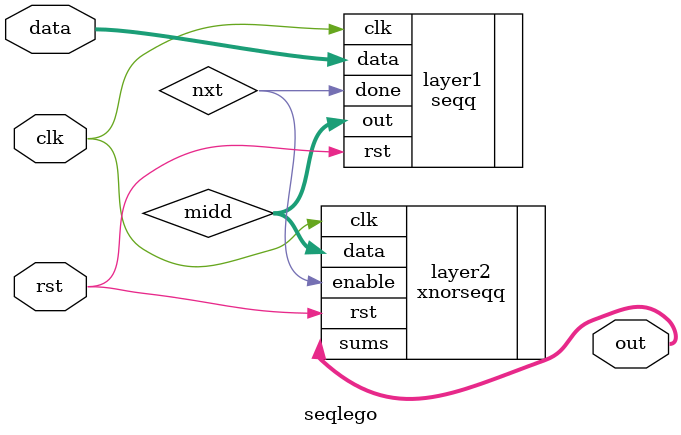
<source format=v>
module seqlego #(
  parameter N = 4,
  parameter B = 4,
  parameter M = 4,
  parameter C = 4
  ) (
  input clk,
  input rst,
  input [N*B-1:0] data,
  output [SumL*C-1:0] out
  );
  
  localparam SumL = $clog2(M+1);
  wire [M-1:0] midd;
  wire nxt;

  seqq #(.N(N),.B(B),.M(M)) layer1 (
    .clk(clk),
    .rst(rst),
    .data(data),
    .out(midd),
    .done(nxt)
  );

 xnorseqq #(.N(M),.M(C)) layer2 (
    .clk(clk),
    .rst(rst),
    .enable(nxt),
    .data(midd),
    .sums(out)
 );
  
endmodule

</source>
